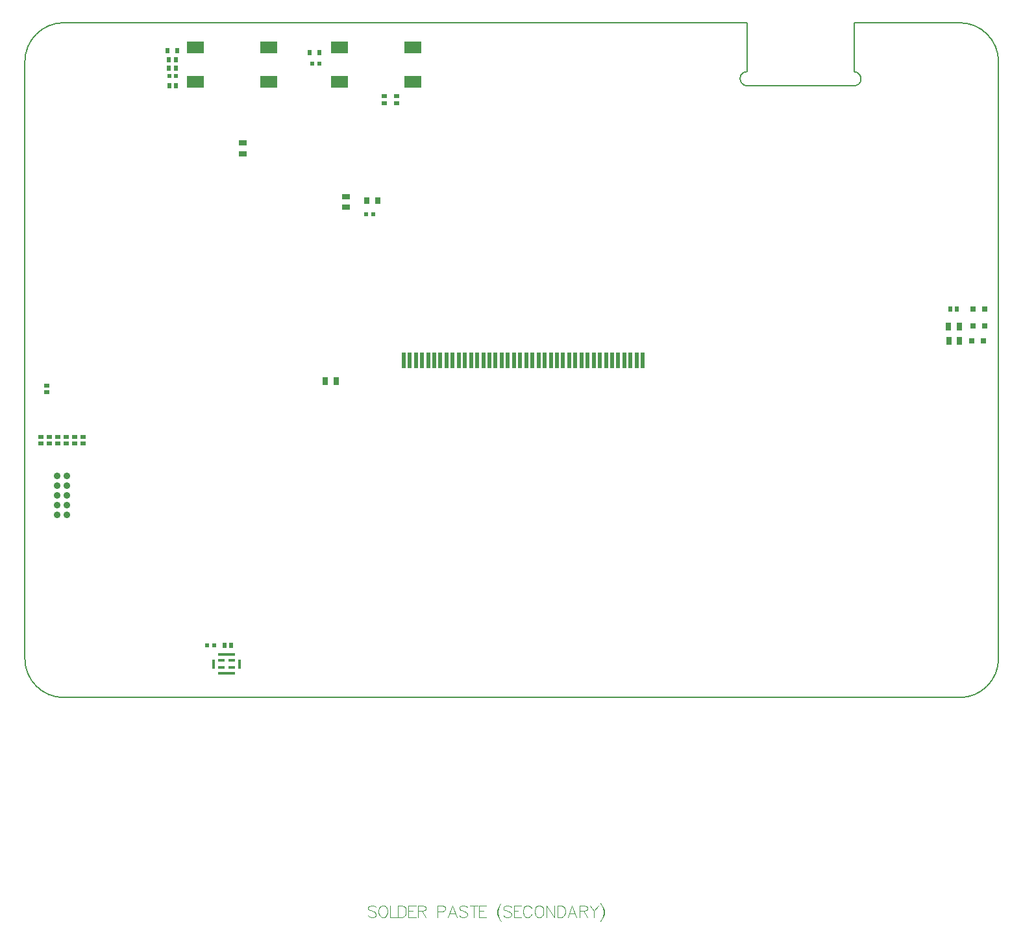
<source format=gbp>
G04 Layer_Color=128*
%FSLAX43Y43*%
%MOMM*%
G71*
G01*
G75*
%ADD10C,0.102*%
%ADD11R,1.000X0.640*%
%ADD12C,0.127*%
%ADD22R,0.700X0.510*%
%ADD27R,0.800X0.800*%
%ADD76R,0.640X0.890*%
%ADD79R,0.510X0.700*%
%ADD81R,0.510X0.560*%
%ADD85R,0.640X1.000*%
%ADD91R,0.640X1.000*%
%ADD92R,2.160X1.520*%
%ADD93R,2.300X0.350*%
%ADD94R,0.350X1.300*%
%ADD95R,0.950X0.400*%
%ADD96R,0.500X2.000*%
%ADD97C,0.900*%
%ADD98R,0.550X0.800*%
D10*
X45804Y-27345D02*
X45658Y-27200D01*
X45441Y-27128D01*
X45151D01*
X44933Y-27200D01*
X44788Y-27345D01*
Y-27490D01*
X44860Y-27635D01*
X44933Y-27708D01*
X45078Y-27781D01*
X45513Y-27926D01*
X45658Y-27998D01*
X45731Y-28071D01*
X45804Y-28216D01*
Y-28434D01*
X45658Y-28579D01*
X45441Y-28651D01*
X45151D01*
X44933Y-28579D01*
X44788Y-28434D01*
X46580Y-27128D02*
X46435Y-27200D01*
X46290Y-27345D01*
X46217Y-27490D01*
X46145Y-27708D01*
Y-28071D01*
X46217Y-28288D01*
X46290Y-28434D01*
X46435Y-28579D01*
X46580Y-28651D01*
X46870D01*
X47015Y-28579D01*
X47160Y-28434D01*
X47233Y-28288D01*
X47305Y-28071D01*
Y-27708D01*
X47233Y-27490D01*
X47160Y-27345D01*
X47015Y-27200D01*
X46870Y-27128D01*
X46580D01*
X47661D02*
Y-28651D01*
X48532D01*
X48699Y-27128D02*
Y-28651D01*
Y-27128D02*
X49206D01*
X49424Y-27200D01*
X49569Y-27345D01*
X49642Y-27490D01*
X49714Y-27708D01*
Y-28071D01*
X49642Y-28288D01*
X49569Y-28434D01*
X49424Y-28579D01*
X49206Y-28651D01*
X48699D01*
X50999Y-27128D02*
X50055D01*
Y-28651D01*
X50999D01*
X50055Y-27853D02*
X50636D01*
X51253Y-27128D02*
Y-28651D01*
Y-27128D02*
X51906D01*
X52123Y-27200D01*
X52196Y-27273D01*
X52268Y-27418D01*
Y-27563D01*
X52196Y-27708D01*
X52123Y-27781D01*
X51906Y-27853D01*
X51253D01*
X51760D02*
X52268Y-28651D01*
X53806Y-27926D02*
X54459D01*
X54677Y-27853D01*
X54750Y-27781D01*
X54822Y-27635D01*
Y-27418D01*
X54750Y-27273D01*
X54677Y-27200D01*
X54459Y-27128D01*
X53806D01*
Y-28651D01*
X56324D02*
X55744Y-27128D01*
X55163Y-28651D01*
X55381Y-28143D02*
X56107D01*
X57695Y-27345D02*
X57550Y-27200D01*
X57333Y-27128D01*
X57042D01*
X56825Y-27200D01*
X56680Y-27345D01*
Y-27490D01*
X56752Y-27635D01*
X56825Y-27708D01*
X56970Y-27781D01*
X57405Y-27926D01*
X57550Y-27998D01*
X57623Y-28071D01*
X57695Y-28216D01*
Y-28434D01*
X57550Y-28579D01*
X57333Y-28651D01*
X57042D01*
X56825Y-28579D01*
X56680Y-28434D01*
X58544Y-27128D02*
Y-28651D01*
X58036Y-27128D02*
X59052D01*
X60177D02*
X59234D01*
Y-28651D01*
X60177D01*
X59234Y-27853D02*
X59814D01*
X62136Y-26837D02*
X61991Y-26982D01*
X61846Y-27200D01*
X61701Y-27490D01*
X61628Y-27853D01*
Y-28143D01*
X61701Y-28506D01*
X61846Y-28796D01*
X61991Y-29014D01*
X62136Y-29159D01*
X61991Y-26982D02*
X61846Y-27273D01*
X61773Y-27490D01*
X61701Y-27853D01*
Y-28143D01*
X61773Y-28506D01*
X61846Y-28724D01*
X61991Y-29014D01*
X63442Y-27345D02*
X63297Y-27200D01*
X63079Y-27128D01*
X62789D01*
X62571Y-27200D01*
X62426Y-27345D01*
Y-27490D01*
X62499Y-27635D01*
X62571Y-27708D01*
X62716Y-27781D01*
X63152Y-27926D01*
X63297Y-27998D01*
X63369Y-28071D01*
X63442Y-28216D01*
Y-28434D01*
X63297Y-28579D01*
X63079Y-28651D01*
X62789D01*
X62571Y-28579D01*
X62426Y-28434D01*
X64726Y-27128D02*
X63783D01*
Y-28651D01*
X64726D01*
X63783Y-27853D02*
X64363D01*
X66068Y-27490D02*
X65996Y-27345D01*
X65851Y-27200D01*
X65706Y-27128D01*
X65415D01*
X65270Y-27200D01*
X65125Y-27345D01*
X65053Y-27490D01*
X64980Y-27708D01*
Y-28071D01*
X65053Y-28288D01*
X65125Y-28434D01*
X65270Y-28579D01*
X65415Y-28651D01*
X65706D01*
X65851Y-28579D01*
X65996Y-28434D01*
X66068Y-28288D01*
X66932Y-27128D02*
X66787Y-27200D01*
X66642Y-27345D01*
X66569Y-27490D01*
X66497Y-27708D01*
Y-28071D01*
X66569Y-28288D01*
X66642Y-28434D01*
X66787Y-28579D01*
X66932Y-28651D01*
X67222D01*
X67367Y-28579D01*
X67512Y-28434D01*
X67585Y-28288D01*
X67657Y-28071D01*
Y-27708D01*
X67585Y-27490D01*
X67512Y-27345D01*
X67367Y-27200D01*
X67222Y-27128D01*
X66932D01*
X68013D02*
Y-28651D01*
Y-27128D02*
X69029Y-28651D01*
Y-27128D02*
Y-28651D01*
X69450Y-27128D02*
Y-28651D01*
Y-27128D02*
X69957D01*
X70175Y-27200D01*
X70320Y-27345D01*
X70393Y-27490D01*
X70465Y-27708D01*
Y-28071D01*
X70393Y-28288D01*
X70320Y-28434D01*
X70175Y-28579D01*
X69957Y-28651D01*
X69450D01*
X71967D02*
X71387Y-27128D01*
X70806Y-28651D01*
X71024Y-28143D02*
X71750D01*
X72323Y-27128D02*
Y-28651D01*
Y-27128D02*
X72976D01*
X73193Y-27200D01*
X73266Y-27273D01*
X73339Y-27418D01*
Y-27563D01*
X73266Y-27708D01*
X73193Y-27781D01*
X72976Y-27853D01*
X72323D01*
X72831D02*
X73339Y-28651D01*
X73680Y-27128D02*
X74260Y-27853D01*
Y-28651D01*
X74840Y-27128D02*
X74260Y-27853D01*
X75036Y-26837D02*
X75181Y-26982D01*
X75327Y-27200D01*
X75472Y-27490D01*
X75544Y-27853D01*
Y-28143D01*
X75472Y-28506D01*
X75327Y-28796D01*
X75181Y-29014D01*
X75036Y-29159D01*
X75181Y-26982D02*
X75327Y-27273D01*
X75399Y-27490D01*
X75472Y-27853D01*
Y-28143D01*
X75399Y-28506D01*
X75327Y-28724D01*
X75181Y-29014D01*
X45804Y-27345D02*
X45658Y-27200D01*
X45441Y-27128D01*
X45151D01*
X44933Y-27200D01*
X44788Y-27345D01*
Y-27490D01*
X44860Y-27635D01*
X44933Y-27708D01*
X45078Y-27781D01*
X45513Y-27926D01*
X45658Y-27998D01*
X45731Y-28071D01*
X45804Y-28216D01*
Y-28434D01*
X45658Y-28579D01*
X45441Y-28651D01*
X45151D01*
X44933Y-28579D01*
X44788Y-28434D01*
X46580Y-27128D02*
X46435Y-27200D01*
X46290Y-27345D01*
X46217Y-27490D01*
X46145Y-27708D01*
Y-28071D01*
X46217Y-28288D01*
X46290Y-28434D01*
X46435Y-28579D01*
X46580Y-28651D01*
X46870D01*
X47015Y-28579D01*
X47160Y-28434D01*
X47233Y-28288D01*
X47305Y-28071D01*
Y-27708D01*
X47233Y-27490D01*
X47160Y-27345D01*
X47015Y-27200D01*
X46870Y-27128D01*
X46580D01*
X47661D02*
Y-28651D01*
X48532D01*
X48699Y-27128D02*
Y-28651D01*
Y-27128D02*
X49206D01*
X49424Y-27200D01*
X49569Y-27345D01*
X49642Y-27490D01*
X49714Y-27708D01*
Y-28071D01*
X49642Y-28288D01*
X49569Y-28434D01*
X49424Y-28579D01*
X49206Y-28651D01*
X48699D01*
X50999Y-27128D02*
X50055D01*
Y-28651D01*
X50999D01*
X50055Y-27853D02*
X50636D01*
X51253Y-27128D02*
Y-28651D01*
Y-27128D02*
X51906D01*
X52123Y-27200D01*
X52196Y-27273D01*
X52268Y-27418D01*
Y-27563D01*
X52196Y-27708D01*
X52123Y-27781D01*
X51906Y-27853D01*
X51253D01*
X51760D02*
X52268Y-28651D01*
X53806Y-27926D02*
X54459D01*
X54677Y-27853D01*
X54750Y-27781D01*
X54822Y-27635D01*
Y-27418D01*
X54750Y-27273D01*
X54677Y-27200D01*
X54459Y-27128D01*
X53806D01*
Y-28651D01*
X56324D02*
X55744Y-27128D01*
X55163Y-28651D01*
X55381Y-28143D02*
X56107D01*
X57695Y-27345D02*
X57550Y-27200D01*
X57333Y-27128D01*
X57042D01*
X56825Y-27200D01*
X56680Y-27345D01*
Y-27490D01*
X56752Y-27635D01*
X56825Y-27708D01*
X56970Y-27781D01*
X57405Y-27926D01*
X57550Y-27998D01*
X57623Y-28071D01*
X57695Y-28216D01*
Y-28434D01*
X57550Y-28579D01*
X57333Y-28651D01*
X57042D01*
X56825Y-28579D01*
X56680Y-28434D01*
X58544Y-27128D02*
Y-28651D01*
X58036Y-27128D02*
X59052D01*
X60177D02*
X59234D01*
Y-28651D01*
X60177D01*
X59234Y-27853D02*
X59814D01*
X62136Y-26837D02*
X61991Y-26982D01*
X61846Y-27200D01*
X61701Y-27490D01*
X61628Y-27853D01*
Y-28143D01*
X61701Y-28506D01*
X61846Y-28796D01*
X61991Y-29014D01*
X62136Y-29159D01*
X61991Y-26982D02*
X61846Y-27273D01*
X61773Y-27490D01*
X61701Y-27853D01*
Y-28143D01*
X61773Y-28506D01*
X61846Y-28724D01*
X61991Y-29014D01*
X63442Y-27345D02*
X63297Y-27200D01*
X63079Y-27128D01*
X62789D01*
X62571Y-27200D01*
X62426Y-27345D01*
Y-27490D01*
X62499Y-27635D01*
X62571Y-27708D01*
X62716Y-27781D01*
X63152Y-27926D01*
X63297Y-27998D01*
X63369Y-28071D01*
X63442Y-28216D01*
Y-28434D01*
X63297Y-28579D01*
X63079Y-28651D01*
X62789D01*
X62571Y-28579D01*
X62426Y-28434D01*
X64726Y-27128D02*
X63783D01*
Y-28651D01*
X64726D01*
X63783Y-27853D02*
X64363D01*
X66068Y-27490D02*
X65996Y-27345D01*
X65851Y-27200D01*
X65706Y-27128D01*
X65415D01*
X65270Y-27200D01*
X65125Y-27345D01*
X65053Y-27490D01*
X64980Y-27708D01*
Y-28071D01*
X65053Y-28288D01*
X65125Y-28434D01*
X65270Y-28579D01*
X65415Y-28651D01*
X65706D01*
X65851Y-28579D01*
X65996Y-28434D01*
X66068Y-28288D01*
X66932Y-27128D02*
X66787Y-27200D01*
X66642Y-27345D01*
X66569Y-27490D01*
X66497Y-27708D01*
Y-28071D01*
X66569Y-28288D01*
X66642Y-28434D01*
X66787Y-28579D01*
X66932Y-28651D01*
X67222D01*
X67367Y-28579D01*
X67512Y-28434D01*
X67585Y-28288D01*
X67657Y-28071D01*
Y-27708D01*
X67585Y-27490D01*
X67512Y-27345D01*
X67367Y-27200D01*
X67222Y-27128D01*
X66932D01*
X68013D02*
Y-28651D01*
Y-27128D02*
X69029Y-28651D01*
Y-27128D02*
Y-28651D01*
X69450Y-27128D02*
Y-28651D01*
Y-27128D02*
X69957D01*
X70175Y-27200D01*
X70320Y-27345D01*
X70393Y-27490D01*
X70465Y-27708D01*
Y-28071D01*
X70393Y-28288D01*
X70320Y-28434D01*
X70175Y-28579D01*
X69957Y-28651D01*
X69450D01*
X71967D02*
X71387Y-27128D01*
X70806Y-28651D01*
X71024Y-28143D02*
X71750D01*
X72323Y-27128D02*
Y-28651D01*
Y-27128D02*
X72976D01*
X73193Y-27200D01*
X73266Y-27273D01*
X73339Y-27418D01*
Y-27563D01*
X73266Y-27708D01*
X73193Y-27781D01*
X72976Y-27853D01*
X72323D01*
X72831D02*
X73339Y-28651D01*
X73680Y-27128D02*
X74260Y-27853D01*
Y-28651D01*
X74840Y-27128D02*
X74260Y-27853D01*
X75036Y-26837D02*
X75181Y-26982D01*
X75327Y-27200D01*
X75472Y-27490D01*
X75544Y-27853D01*
Y-28143D01*
X75472Y-28506D01*
X75327Y-28796D01*
X75181Y-29014D01*
X75036Y-29159D01*
X75181Y-26982D02*
X75327Y-27273D01*
X75399Y-27490D01*
X75472Y-27853D01*
Y-28143D01*
X75399Y-28506D01*
X75327Y-28724D01*
X75181Y-29014D01*
D11*
X28442Y70936D02*
D03*
X28442Y72336D02*
D03*
X41900Y63938D02*
D03*
X41900Y65338D02*
D03*
D12*
X0Y5080D02*
G03*
X5080Y-0I5080J0D01*
G01*
X121920D02*
G03*
X127000Y5080I0J5080D01*
G01*
X127000Y82920D02*
G03*
X121920Y88000I-5080J0D01*
G01*
X5080Y88000D02*
G03*
X0Y82920I-0J-5080D01*
G01*
X109060Y80620D02*
G03*
X108192Y81610I-929J61D01*
G01*
X108161Y79781D02*
G03*
X109060Y80620I30J869D01*
G01*
X94186Y81611D02*
G03*
X93287Y80772I-30J-869D01*
G01*
Y80772D02*
G03*
X94155Y79781I929J-61D01*
G01*
X15900Y-0D02*
X121920D01*
X5080D02*
X15900D01*
X127000Y5080D02*
Y82920D01*
X108192Y88000D02*
X121920D01*
X94155Y79781D02*
X108160D01*
X94186Y81611D02*
Y88000D01*
X108192Y81610D02*
Y88005D01*
X5080Y88000D02*
X94186D01*
X0Y5080D02*
Y82920D01*
D22*
X48514Y78403D02*
D03*
Y77503D02*
D03*
X2815Y40709D02*
D03*
Y39809D02*
D03*
X46859Y78403D02*
D03*
Y77503D02*
D03*
X6476Y34003D02*
D03*
Y33103D02*
D03*
X7582Y34003D02*
D03*
Y33103D02*
D03*
X2053Y34003D02*
D03*
Y33103D02*
D03*
X3158Y34003D02*
D03*
Y33103D02*
D03*
X4264Y34003D02*
D03*
Y33103D02*
D03*
X5370Y34003D02*
D03*
Y33103D02*
D03*
D27*
X123684Y50695D02*
D03*
X125184D02*
D03*
Y48425D02*
D03*
X123684D02*
D03*
X123506Y46482D02*
D03*
X125006D02*
D03*
D76*
X44615Y64838D02*
D03*
X46015D02*
D03*
D79*
X26926Y6766D02*
D03*
X26026D02*
D03*
X120677Y50690D02*
D03*
X121577D02*
D03*
X18820Y79773D02*
D03*
X19720D02*
D03*
X19703Y82067D02*
D03*
X18803D02*
D03*
Y83134D02*
D03*
X19703D02*
D03*
D81*
X24699Y6822D02*
D03*
X23799D02*
D03*
X18820Y81043D02*
D03*
X19720D02*
D03*
X37494Y82649D02*
D03*
X38394D02*
D03*
X44533Y62982D02*
D03*
X45433D02*
D03*
D85*
X121908Y46532D02*
D03*
X120508D02*
D03*
X120488Y48404D02*
D03*
X121888D02*
D03*
D91*
X40603Y41250D02*
D03*
X39203Y41250D02*
D03*
D92*
X31769Y84779D02*
D03*
Y80279D02*
D03*
X22269Y84779D02*
D03*
Y80279D02*
D03*
X41065D02*
D03*
Y84779D02*
D03*
X50565Y80279D02*
D03*
Y84779D02*
D03*
D93*
X26299Y3146D02*
D03*
Y5596D02*
D03*
D94*
X28024Y4371D02*
D03*
X24574D02*
D03*
D95*
X26974Y3921D02*
D03*
Y4821D02*
D03*
X25624Y3921D02*
D03*
Y4821D02*
D03*
D96*
X77400Y44000D02*
D03*
X78200D02*
D03*
X79000D02*
D03*
X79800D02*
D03*
X80600D02*
D03*
X73400D02*
D03*
X74200D02*
D03*
X75000D02*
D03*
X75800D02*
D03*
X76600D02*
D03*
X69400D02*
D03*
X70200D02*
D03*
X71000D02*
D03*
X71800D02*
D03*
X72600D02*
D03*
X65400D02*
D03*
X66200D02*
D03*
X67000D02*
D03*
X67800D02*
D03*
X68600D02*
D03*
X61400D02*
D03*
X62200D02*
D03*
X63000D02*
D03*
X63800D02*
D03*
X64600D02*
D03*
X57400D02*
D03*
X58200D02*
D03*
X59000D02*
D03*
X59800D02*
D03*
X60600D02*
D03*
X53400D02*
D03*
X54200D02*
D03*
X55000D02*
D03*
X55800D02*
D03*
X56600D02*
D03*
X52600D02*
D03*
X51800D02*
D03*
X51000D02*
D03*
X50200D02*
D03*
X49400D02*
D03*
D97*
X5513Y28905D02*
D03*
Y27635D02*
D03*
Y26365D02*
D03*
Y25095D02*
D03*
Y23825D02*
D03*
X4243D02*
D03*
Y25095D02*
D03*
Y26365D02*
D03*
Y27635D02*
D03*
Y28905D02*
D03*
D98*
X18628Y84358D02*
D03*
X19878D02*
D03*
X37170Y84068D02*
D03*
X38420D02*
D03*
M02*

</source>
